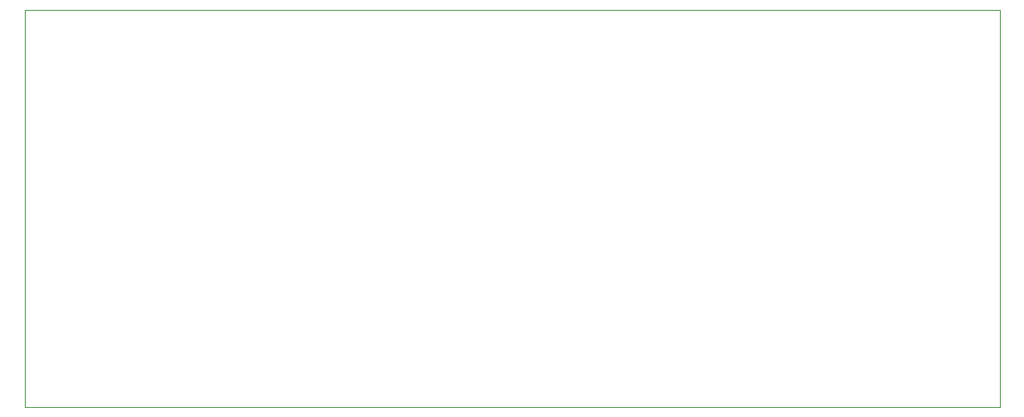
<source format=gbr>
%TF.GenerationSoftware,KiCad,Pcbnew,9.0.2*%
%TF.CreationDate,2025-05-28T17:01:59+05:30*%
%TF.ProjectId,linus_ide_toolbar,6c696e75-735f-4696-9465-5f746f6f6c62,rev?*%
%TF.SameCoordinates,Original*%
%TF.FileFunction,Profile,NP*%
%FSLAX46Y46*%
G04 Gerber Fmt 4.6, Leading zero omitted, Abs format (unit mm)*
G04 Created by KiCad (PCBNEW 9.0.2) date 2025-05-28 17:01:59*
%MOMM*%
%LPD*%
G01*
G04 APERTURE LIST*
%TA.AperFunction,Profile*%
%ADD10C,0.050000*%
%TD*%
G04 APERTURE END LIST*
D10*
X71750000Y-80500000D02*
X171250000Y-80500000D01*
X171250000Y-121000000D01*
X71750000Y-121000000D01*
X71750000Y-80500000D01*
M02*

</source>
